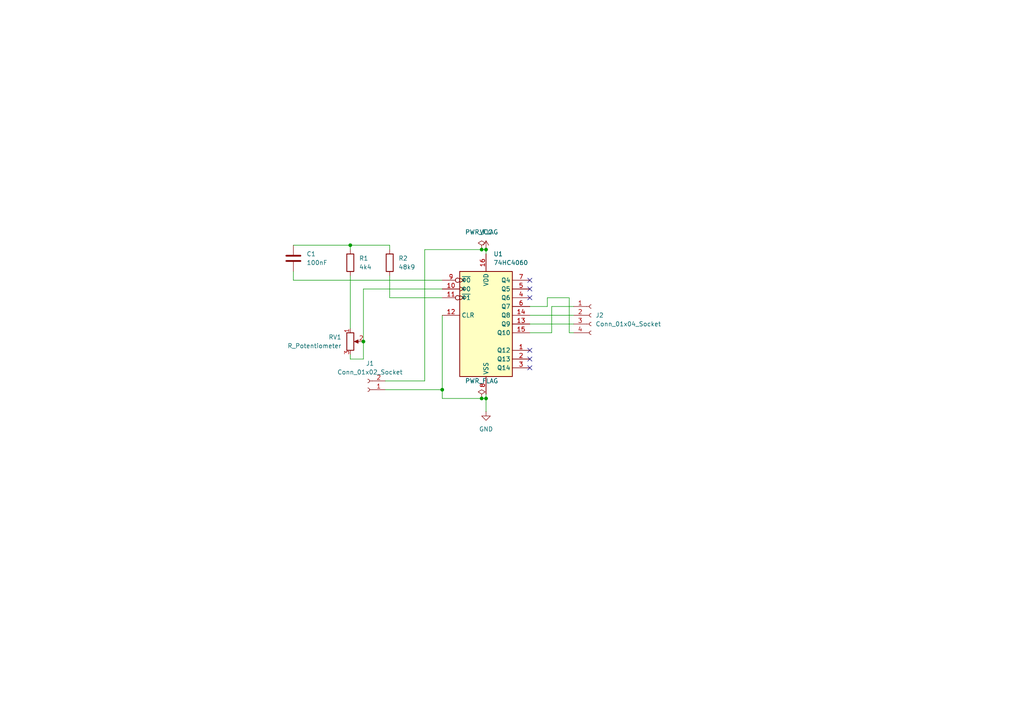
<source format=kicad_sch>
(kicad_sch (version 20250114) (generator "eeschema") (generator_version "9.0")
  (paper "A4")
  (lib_symbols
    (symbol "74xx:74HC4060"
      (property "Reference" "U" (at 5.08 16.51 0))
      (property "Value" "74HC4060" (at 7.62 -16.51 0))
      (symbol "74HC4060_1_0"
        (pin input inverted_clock (at -12.7 12.7 0) (length 5.08) (name "~{Φ0}") (number "9"))
        (pin input clock (at -12.7 10.16 0) (length 5.08) (name "Φ0") (number "10"))
        (pin input inverted_clock (at -12.7 7.62 0) (length 5.08) (name "~{Φ1}") (number "11"))
        (pin input line (at -12.7 2.54 0) (length 5.08) (name "CLR") (number "12"))
        (pin power_in line (at 0 20.32 270) (length 5.08) (name "VDD") (number "16"))
        (pin power_in line (at 0 -20.32 90) (length 5.08) (name "VSS") (number "8"))
        (pin output line (at 12.7 12.7 180) (length 5.08) (name "Q4") (number "7"))
        (pin output line (at 12.7 10.16 180) (length 5.08) (name "Q5") (number "5"))
        (pin output line (at 12.7 7.62 180) (length 5.08) (name "Q6") (number "4"))
        (pin output line (at 12.7 5.08 180) (length 5.08) (name "Q7") (number "6"))
        (pin output line (at 12.7 2.54 180) (length 5.08) (name "Q8") (number "14"))
        (pin output line (at 12.7 0 180) (length 5.08) (name "Q9") (number "13"))
        (pin output line (at 12.7 -2.54 180) (length 5.08) (name "Q10") (number "15"))
        (pin output line (at 12.7 -7.62 180) (length 5.08) (name "Q12") (number "1"))
        (pin output line (at 12.7 -10.16 180) (length 5.08) (name "Q13") (number "2"))
        (pin output line (at 12.7 -12.7 180) (length 5.08) (name "Q14") (number "3"))
      )
      (symbol "74HC4060_1_1"
        (rectangle (start -7.62 15.24) (end 7.62 -15.24) (stroke (width 0.254)) (fill (type background)))
      )
    )
    (symbol "Connector:Conn_01x02_Socket" (pin_names (offset 1.016) (hide yes))
      (property "Reference" "J" (at 0 2.54 0))
      (property "Value" "Conn_01x02_Socket" (at 0 -5.08 0))
      (symbol "Conn_01x02_Socket_1_1"
        (polyline (pts (xy -1.27 0) (xy -0.508 0)) (stroke (width 0.1524)))
        (polyline (pts (xy -1.27 -2.54) (xy -0.508 -2.54)) (stroke (width 0.1524)))
        (arc (start 0 -0.508) (mid -0.5058 0) (end 0 0.508) (stroke (width 0.1524)))
        (arc (start 0 -3.048) (mid -0.5058 -2.54) (end 0 -2.032) (stroke (width 0.1524)))
        (pin passive line (at -5.08 0 0) (length 3.81) (name "Pin_1") (number "1"))
        (pin passive line (at -5.08 -2.54 0) (length 3.81) (name "Pin_2") (number "2"))
      )
    )
    (symbol "Connector:Conn_01x04_Socket" (pin_names (offset 1.016) (hide yes))
      (property "Reference" "J" (at 0 5.08 0))
      (property "Value" "Conn_01x04_Socket" (at 0 -7.62 0))
      (symbol "Conn_01x04_Socket_1_1"
        (polyline (pts (xy -1.27 2.54) (xy -0.508 2.54)) (stroke (width 0.1524)))
        (polyline (pts (xy -1.27 0) (xy -0.508 0)) (stroke (width 0.1524)))
        (polyline (pts (xy -1.27 -2.54) (xy -0.508 -2.54)) (stroke (width 0.1524)))
        (polyline (pts (xy -1.27 -5.08) (xy -0.508 -5.08)) (stroke (width 0.1524)))
        (arc (start 0 2.032) (mid -0.5058 2.54) (end 0 3.048) (stroke (width 0.1524)))
        (arc (start 0 -0.508) (mid -0.5058 0) (end 0 0.508) (stroke (width 0.1524)))
        (arc (start 0 -3.048) (mid -0.5058 -2.54) (end 0 -2.032) (stroke (width 0.1524)))
        (arc (start 0 -5.588) (mid -0.5058 -5.08) (end 0 -4.572) (stroke (width 0.1524)))
        (pin passive line (at -5.08 2.54 0) (length 3.81) (name "Pin_1") (number "1"))
        (pin passive line (at -5.08 0 0) (length 3.81) (name "Pin_2") (number "2"))
        (pin passive line (at -5.08 -2.54 0) (length 3.81) (name "Pin_3") (number "3"))
        (pin passive line (at -5.08 -5.08 0) (length 3.81) (name "Pin_4") (number "4"))
      )
    )
    (symbol "Device:C" (pin_numbers (hide yes)) (pin_names (offset 0.254))
      (property "Reference" "C" (at 0.635 2.54 0))
      (property "Value" "C" (at 0.635 -2.54 0))
      (symbol "C_0_1"
        (polyline (pts (xy -2.032 0.762) (xy 2.032 0.762)) (stroke (width 0.508)))
        (polyline (pts (xy -2.032 -0.762) (xy 2.032 -0.762)) (stroke (width 0.508)))
      )
      (symbol "C_1_1"
        (pin passive line (at 0 3.81 270) (length 2.794) (name "~") (number "1"))
        (pin passive line (at 0 -3.81 90) (length 2.794) (name "~") (number "2"))
      )
    )
    (symbol "Device:R" (pin_numbers (hide yes)) (pin_names (offset 0))
      (property "Reference" "R" (at 2.032 0 90))
      (property "Value" "R" (at 0 0 90))
      (symbol "R_0_1"
        (rectangle (start -1.016 -2.54) (end 1.016 2.54) (stroke (width 0.254)))
      )
      (symbol "R_1_1"
        (pin passive line (at 0 3.81 270) (length 1.27) (name "~") (number "1"))
        (pin passive line (at 0 -3.81 90) (length 1.27) (name "~") (number "2"))
      )
    )
    (symbol "Device:R_Potentiometer" (pin_names (offset 1.016) (hide yes))
      (property "Reference" "RV" (at -4.445 0 90))
      (property "Value" "R_Potentiometer" (at -2.54 0 90))
      (symbol "R_Potentiometer_0_1"
        (rectangle (start 1.016 2.54) (end -1.016 -2.54) (stroke (width 0.254)))
        (polyline (pts (xy 1.143 0) (xy 2.286 0.508) (xy 2.286 -0.508) (xy 1.143 0)) (fill (type outline)))
        (polyline (pts (xy 2.54 0) (xy 1.524 0)))
      )
      (symbol "R_Potentiometer_1_1"
        (pin passive line (at 0 3.81 270) (length 1.27) (name "1") (number "1"))
        (pin passive line (at 0 -3.81 90) (length 1.27) (name "3") (number "3"))
        (pin passive line (at 3.81 0 180) (length 1.27) (name "2") (number "2"))
      )
    )
    (symbol "power:GND" (power) (pin_numbers (hide yes)) (pin_names (offset 0) (hide yes))
      (property "Value" "GND" (at 0 -3.81 0))
      (symbol "GND_0_1"
        (polyline (pts (xy 0 0) (xy 0 -1.27) (xy 1.27 -1.27) (xy 0 -2.54) (xy -1.27 -1.27) (xy 0 -1.27)))
      )
      (symbol "GND_1_1"
        (pin power_in line (at 0 0 270) (length 0) (name "~") (number "1"))
      )
    )
    (symbol "power:PWR_FLAG" (power) (pin_numbers (hide yes)) (pin_names (offset 0) (hide yes))
      (property "Value" "PWR_FLAG" (at 0 3.81 0))
      (symbol "PWR_FLAG_0_0"
        (pin power_out line (at 0 0 90) (length 0) (name "~") (number "1"))
      )
      (symbol "PWR_FLAG_0_1"
        (polyline (pts (xy 0 0) (xy 0 1.27) (xy -1.016 1.905) (xy 0 2.54) (xy 1.016 1.905) (xy 0 1.27)))
      )
    )
    (symbol "power:VCC" (power) (pin_numbers (hide yes)) (pin_names (offset 0) (hide yes))
      (property "Value" "VCC" (at 0 3.556 0))
      (symbol "VCC_0_1"
        (polyline (pts (xy -0.762 1.27) (xy 0 2.54)))
        (polyline (pts (xy 0 2.54) (xy 0.762 1.27)))
        (polyline (pts (xy 0 0) (xy 0 2.54)))
      )
      (symbol "VCC_1_1"
        (pin power_in line (at 0 0 90) (length 0) (name "~") (number "1"))
      )
    )
  )
  (junction (at 139.7 115.57))
  (junction (at 140.97 72.39))
  (junction (at 139.7 72.39))
  (junction (at 140.97 115.57))
  (junction (at 105.41 99.06))
  (junction (at 101.6 71.12))
  (junction (at 128.27 113.03))
  (no_connect (at 153.67 101.6))
  (no_connect (at 153.67 83.82))
  (no_connect (at 153.67 106.68))
  (no_connect (at 153.67 81.28))
  (no_connect (at 153.67 104.14))
  (no_connect (at 153.67 86.36))
  (wire (pts (xy 113.03 80.01) (xy 113.03 86.36)))
  (wire (pts (xy 123.19 72.39) (xy 123.19 110.49)))
  (wire (pts (xy 101.6 102.87) (xy 101.6 104.14)))
  (wire (pts (xy 105.41 104.14) (xy 105.41 99.06)))
  (wire (pts (xy 140.97 115.57) (xy 140.97 119.38)))
  (wire (pts (xy 85.09 71.12) (xy 101.6 71.12)))
  (wire (pts (xy 128.27 113.03) (xy 128.27 115.57)))
  (wire (pts (xy 85.09 81.28) (xy 128.27 81.28)))
  (wire (pts (xy 101.6 71.12) (xy 113.03 71.12)))
  (wire (pts (xy 113.03 71.12) (xy 113.03 72.39)))
  (wire (pts (xy 128.27 113.03) (xy 128.27 91.44)))
  (wire (pts (xy 128.27 115.57) (xy 139.7 115.57)))
  (wire (pts (xy 111.76 110.49) (xy 123.19 110.49)))
  (wire (pts (xy 166.37 88.9) (xy 160.02 88.9)))
  (wire (pts (xy 101.6 104.14) (xy 105.41 104.14)))
  (wire (pts (xy 165.1 96.52) (xy 165.1 86.36)))
  (wire (pts (xy 158.75 88.9) (xy 153.67 88.9)))
  (wire (pts (xy 101.6 71.12) (xy 101.6 72.39)))
  (wire (pts (xy 158.75 86.36) (xy 158.75 88.9)))
  (wire (pts (xy 160.02 96.52) (xy 153.67 96.52)))
  (wire (pts (xy 139.7 72.39) (xy 140.97 72.39)))
  (wire (pts (xy 105.41 99.06) (xy 105.41 83.82)))
  (wire (pts (xy 153.67 93.98) (xy 166.37 93.98)))
  (wire (pts (xy 123.19 72.39) (xy 139.7 72.39)))
  (wire (pts (xy 101.6 80.01) (xy 101.6 95.25)))
  (wire (pts (xy 113.03 86.36) (xy 128.27 86.36)))
  (wire (pts (xy 140.97 72.39) (xy 140.97 73.66)))
  (wire (pts (xy 111.76 113.03) (xy 128.27 113.03)))
  (wire (pts (xy 160.02 88.9) (xy 160.02 96.52)))
  (wire (pts (xy 166.37 96.52) (xy 165.1 96.52)))
  (wire (pts (xy 105.41 83.82) (xy 128.27 83.82)))
  (wire (pts (xy 85.09 78.74) (xy 85.09 81.28)))
  (wire (pts (xy 139.7 115.57) (xy 140.97 115.57)))
  (wire (pts (xy 165.1 86.36) (xy 158.75 86.36)))
  (wire (pts (xy 140.97 115.57) (xy 140.97 114.3)))
  (wire (pts (xy 153.67 91.44) (xy 166.37 91.44)))
  (symbol (lib_id "Device:R") (at 101.6 76.2 0) (unit 1)
    (property "Reference" "R1" (at 104.14 74.9299 0) (effects (justify left)))
    (property "Value" "4k4" (at 104.14 77.4699 0) (effects (justify left)))
    (property "Footprint" "Resistor_THT:R_Axial_DIN0207_L6.3mm_D2.5mm_P10.16mm_Horizontal" (effects (hide yes)))
    (property "Description" "Resistor" (effects (hide yes)))
  )
  (symbol (lib_id "Device:R_Potentiometer") (at 101.6 99.06 0) (unit 1)
    (property "Reference" "RV1" (at 99.06 97.7899 0) (effects (justify right)))
    (property "Value" "R_Potentiometer" (at 99.06 100.3299 0) (effects (justify right)))
    (property "Footprint" "Potentiometer_THT:Potentiometer_ACP_CA9-V10_Vertical" (effects (hide yes)))
    (property "Description" "Potentiometer" (effects (hide yes)))
  )
  (symbol (lib_id "power:PWR_FLAG") (at 139.7 115.57 0) (unit 1)
    (property "Reference" "#FLG02" (effects (hide yes)))
    (property "Value" "PWR_FLAG" (at 139.7 110.49 0))
    (property "Description" "Special symbol for telling ERC where power comes from" (effects (hide yes)))
  )
  (symbol (lib_id "power:GND") (at 140.97 119.38 0) (unit 1)
    (property "Reference" "#PWR01" (effects (hide yes)))
    (property "Value" "GND" (at 140.97 124.46 0))
    (property "Description" "Power symbol creates a global label with name \"GND\" , ground" (effects (hide yes)))
  )
  (symbol (lib_id "Device:R") (at 113.03 76.2 0) (unit 1)
    (property "Reference" "R2" (at 115.57 74.9299 0) (effects (justify left)))
    (property "Value" "48k9" (at 115.57 77.4699 0) (effects (justify left)))
    (property "Footprint" "Resistor_THT:R_Axial_DIN0207_L6.3mm_D2.5mm_P10.16mm_Horizontal" (effects (hide yes)))
    (property "Description" "Resistor" (effects (hide yes)))
  )
  (symbol (lib_id "Connector:Conn_01x04_Socket") (at 171.45 91.44 0) (unit 1)
    (property "Reference" "J2" (at 172.72 91.4399 0) (effects (justify left)))
    (property "Value" "Conn_01x04_Socket" (at 172.72 93.9799 0) (effects (justify left)))
    (property "Footprint" "Connector_PinSocket_2.54mm:PinSocket_1x04_P2.54mm_Vertical" (effects (hide yes)))
    (property "Description" "Generic connector, single row, 01x04, script generated" (effects (hide yes)))
  )
  (symbol (lib_id "power:PWR_FLAG") (at 139.7 72.39 0) (unit 1)
    (property "Reference" "#FLG01" (effects (hide yes)))
    (property "Value" "PWR_FLAG" (at 139.7 67.31 0))
    (property "Description" "Special symbol for telling ERC where power comes from" (effects (hide yes)))
  )
  (symbol (lib_id "Connector:Conn_01x02_Socket") (at 106.68 113.03 180) (unit 1)
    (property "Reference" "J1" (at 107.315 105.41 0))
    (property "Value" "Conn_01x02_Socket" (at 107.315 107.95 0))
    (property "Footprint" "Connector:JWT_A3963_1x02_P3.96mm_Vertical" (effects (hide yes)))
    (property "Description" "Generic connector, single row, 01x02, script generated" (effects (hide yes)))
  )
  (symbol (lib_id "74xx:74HC4060") (at 140.97 93.98 0) (unit 1)
    (property "Reference" "U1" (at 143.1133 73.66 0) (effects (justify left)))
    (property "Value" "74HC4060" (at 143.1133 76.2 0) (effects (justify left)))
    (property "Footprint" "Package_DIP:DIP-16_W7.62mm_Socket" (effects (hide yes)))
    (property "Datasheet" "https://www.st.com/resource/en/datasheet/m74hc4060.pdf" (effects (hide yes)))
    (property "Description" "Binary counter (14-stages) and oscillator" (effects (hide yes)))
  )
  (symbol (lib_id "power:VCC") (at 140.97 72.39 0) (unit 1)
    (property "Reference" "#PWR02" (effects (hide yes)))
    (property "Value" "VCC" (at 140.97 67.31 0))
    (property "Description" "Power symbol creates a global label with name \"VCC\"" (effects (hide yes)))
  )
  (symbol (lib_id "Device:C") (at 85.09 74.93 0) (unit 1)
    (property "Reference" "C1" (at 88.9 73.6599 0) (effects (justify left)))
    (property "Value" "100nF" (at 88.9 76.1999 0) (effects (justify left)))
    (property "Footprint" "Capacitor_THT:C_Disc_D7.0mm_W2.5mm_P5.00mm" (effects (hide yes)))
    (property "Description" "Unpolarized capacitor" (effects (hide yes)))
  )
)
</source>
